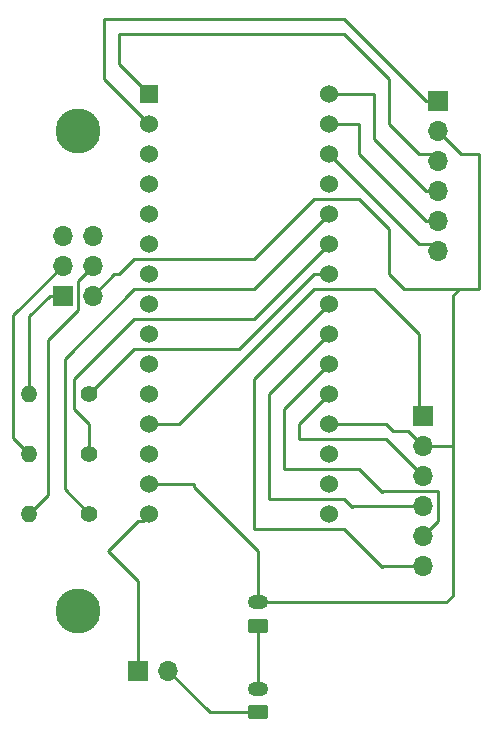
<source format=gbr>
%TF.GenerationSoftware,KiCad,Pcbnew,(6.0.6)*%
%TF.CreationDate,2022-07-20T09:39:35-07:00*%
%TF.ProjectId,ElectronicEggDrop,456c6563-7472-46f6-9e69-634567674472,rev?*%
%TF.SameCoordinates,Original*%
%TF.FileFunction,Copper,L1,Top*%
%TF.FilePolarity,Positive*%
%FSLAX46Y46*%
G04 Gerber Fmt 4.6, Leading zero omitted, Abs format (unit mm)*
G04 Created by KiCad (PCBNEW (6.0.6)) date 2022-07-20 09:39:35*
%MOMM*%
%LPD*%
G01*
G04 APERTURE LIST*
G04 Aperture macros list*
%AMRoundRect*
0 Rectangle with rounded corners*
0 $1 Rounding radius*
0 $2 $3 $4 $5 $6 $7 $8 $9 X,Y pos of 4 corners*
0 Add a 4 corners polygon primitive as box body*
4,1,4,$2,$3,$4,$5,$6,$7,$8,$9,$2,$3,0*
0 Add four circle primitives for the rounded corners*
1,1,$1+$1,$2,$3*
1,1,$1+$1,$4,$5*
1,1,$1+$1,$6,$7*
1,1,$1+$1,$8,$9*
0 Add four rect primitives between the rounded corners*
20,1,$1+$1,$2,$3,$4,$5,0*
20,1,$1+$1,$4,$5,$6,$7,0*
20,1,$1+$1,$6,$7,$8,$9,0*
20,1,$1+$1,$8,$9,$2,$3,0*%
G04 Aperture macros list end*
%TA.AperFunction,ComponentPad*%
%ADD10R,1.524000X1.524000*%
%TD*%
%TA.AperFunction,ComponentPad*%
%ADD11C,1.524000*%
%TD*%
%TA.AperFunction,ComponentPad*%
%ADD12RoundRect,0.250000X0.625000X-0.350000X0.625000X0.350000X-0.625000X0.350000X-0.625000X-0.350000X0*%
%TD*%
%TA.AperFunction,ComponentPad*%
%ADD13O,1.750000X1.200000*%
%TD*%
%TA.AperFunction,ComponentPad*%
%ADD14C,1.400000*%
%TD*%
%TA.AperFunction,ComponentPad*%
%ADD15O,1.400000X1.400000*%
%TD*%
%TA.AperFunction,ComponentPad*%
%ADD16R,1.700000X1.700000*%
%TD*%
%TA.AperFunction,ComponentPad*%
%ADD17O,1.700000X1.700000*%
%TD*%
%TA.AperFunction,ComponentPad*%
%ADD18C,3.800000*%
%TD*%
%TA.AperFunction,Conductor*%
%ADD19C,0.250000*%
%TD*%
G04 APERTURE END LIST*
D10*
%TO.P,Arduino Nano,1,D13/GPIO6*%
%TO.N,Net-(Arduino_Nano1-Pad1)*%
X122891023Y-85811217D03*
D11*
%TO.P,Arduino Nano,2,+3V3*%
%TO.N,Net-(Arduino_Nano1-Pad2)*%
X122891023Y-88351217D03*
%TO.P,Arduino Nano,3,AREF*%
%TO.N,unconnected-(Arduino_Nano1-Pad3)*%
X122891023Y-90891217D03*
%TO.P,Arduino Nano,4,A0/DAC0/GPIO26*%
%TO.N,unconnected-(Arduino_Nano1-Pad4)*%
X122891023Y-93431217D03*
%TO.P,Arduino Nano,5,A1/GPIO27*%
%TO.N,unconnected-(Arduino_Nano1-Pad5)*%
X122891023Y-95971217D03*
%TO.P,Arduino Nano,6,A2/GPIO28*%
%TO.N,unconnected-(Arduino_Nano1-Pad6)*%
X122891023Y-98511217D03*
%TO.P,Arduino Nano,7,A3/GPIO29*%
%TO.N,unconnected-(Arduino_Nano1-Pad7)*%
X122891023Y-101051217D03*
%TO.P,Arduino Nano,8,A4/GPIO12*%
%TO.N,unconnected-(Arduino_Nano1-Pad8)*%
X122891023Y-103591217D03*
%TO.P,Arduino Nano,9,A5/GPIO13*%
%TO.N,unconnected-(Arduino_Nano1-Pad9)*%
X122891023Y-106131217D03*
%TO.P,Arduino Nano,10,A6*%
%TO.N,unconnected-(Arduino_Nano1-Pad10)*%
X122891023Y-108671217D03*
%TO.P,Arduino Nano,11,A7*%
%TO.N,unconnected-(Arduino_Nano1-Pad11)*%
X122891023Y-111211217D03*
%TO.P,Arduino Nano,12,+5V*%
%TO.N,Net-(Arduino_Nano1-Pad12)*%
X122891023Y-113751217D03*
%TO.P,Arduino Nano,13,QSPI_~{RESET}*%
%TO.N,unconnected-(Arduino_Nano1-Pad13)*%
X122891023Y-116291217D03*
%TO.P,Arduino Nano,14,GND*%
%TO.N,GND*%
X122891023Y-118831217D03*
%TO.P,Arduino Nano,15,VIN*%
%TO.N,Net-(Arduino_Nano1-Pad15)*%
X122891023Y-121371217D03*
%TO.P,Arduino Nano,16,TX*%
%TO.N,unconnected-(Arduino_Nano1-Pad16)*%
X138131023Y-121371217D03*
%TO.P,Arduino Nano,17,RX*%
%TO.N,unconnected-(Arduino_Nano1-Pad17)*%
X138131023Y-118831217D03*
%TO.P,Arduino Nano,18,~{RESET}*%
%TO.N,unconnected-(Arduino_Nano1-Pad18)*%
X138131023Y-116291217D03*
%TO.P,Arduino Nano,19,GND*%
%TO.N,GND*%
X138131023Y-113751217D03*
%TO.P,Arduino Nano,20,D2/GPIO25*%
%TO.N,Net-(Arduino_Nano1-Pad20)*%
X138131023Y-111211217D03*
%TO.P,Arduino Nano,21,D3/GPIO15*%
%TO.N,Net-(Arduino_Nano1-Pad21)*%
X138131023Y-108671217D03*
%TO.P,Arduino Nano,22,D4/GPIO26*%
%TO.N,Net-(Arduino_Nano1-Pad22)*%
X138131023Y-106131217D03*
%TO.P,Arduino Nano,23,D5/GPIO17*%
%TO.N,Net-(Arduino_Nano1-Pad23)*%
X138131023Y-103591217D03*
%TO.P,Arduino Nano,24,D6/GPIO18*%
%TO.N,Net-(Arduino_Nano1-Pad24)*%
X138131023Y-101051217D03*
%TO.P,Arduino Nano,25,D7/GPIO19*%
%TO.N,Net-(Arduino_Nano1-Pad25)*%
X138131023Y-98511217D03*
%TO.P,Arduino Nano,26,D8/GPIO20*%
%TO.N,Net-(Arduino_Nano1-Pad26)*%
X138131023Y-95971217D03*
%TO.P,Arduino Nano,27,D9/GPIO21*%
%TO.N,unconnected-(Arduino_Nano1-Pad27)*%
X138131023Y-93431217D03*
%TO.P,Arduino Nano,28,D10/GPIO5*%
%TO.N,Net-(Arduino_Nano1-Pad28)*%
X138131023Y-90891217D03*
%TO.P,Arduino Nano,29,D11/GPIO7/COPI*%
%TO.N,Net-(Arduino_Nano1-Pad29)*%
X138131023Y-88351217D03*
%TO.P,Arduino Nano,30,D12/GPIO4/CIPO*%
%TO.N,Net-(Arduino_Nano1-Pad30)*%
X138131023Y-85811217D03*
%TD*%
D12*
%TO.P,+3.7v,1,Pin_1*%
%TO.N,Net-(Power_SW1-Pad2)*%
X132080000Y-138160000D03*
D13*
%TO.P,+3.7v,2,Pin_2*%
%TO.N,Net-(Power_Terminal1-Pad1)*%
X132080000Y-136160000D03*
%TD*%
D14*
%TO.P,R2,1*%
%TO.N,Net-(Arduino_Nano1-Pad25)*%
X117811023Y-116291217D03*
D15*
%TO.P,R2,2*%
%TO.N,Net-(Indicator_LEDs1-Pad3)*%
X112731023Y-116291217D03*
%TD*%
D16*
%TO.P,Indicator_LEDs1,1,RK*%
%TO.N,Net-(Indicator_LEDs1-Pad1)*%
X115570000Y-102870000D03*
D17*
%TO.P,Indicator_LEDs1,2,A*%
%TO.N,GND*%
X118110000Y-102870000D03*
%TO.P,Indicator_LEDs1,3,GK*%
%TO.N,Net-(Indicator_LEDs1-Pad3)*%
X115570000Y-100330000D03*
%TO.P,Indicator_LEDs1,4,BK*%
%TO.N,Net-(Indicator_LEDs1-Pad4)*%
X118110000Y-100330000D03*
%TO.P,Indicator_LEDs1,5*%
%TO.N,N/C*%
X115570000Y-97790000D03*
%TO.P,Indicator_LEDs1,6*%
X118110000Y-97790000D03*
%TD*%
D14*
%TO.P,R3,1*%
%TO.N,Net-(Arduino_Nano1-Pad26)*%
X117811023Y-121371217D03*
D15*
%TO.P,R3,2*%
%TO.N,Net-(Indicator_LEDs1-Pad4)*%
X112731023Y-121371217D03*
%TD*%
D18*
%TO.P,REF\u002A\u002A,1*%
%TO.N,N/C*%
X116840000Y-129540000D03*
%TD*%
D16*
%TO.P,Switch,1,A*%
%TO.N,Net-(Arduino_Nano1-Pad15)*%
X121920000Y-134620000D03*
D17*
%TO.P,Switch,2,B*%
%TO.N,Net-(Power_SW1-Pad2)*%
X124460000Y-134620000D03*
%TD*%
D14*
%TO.P,R1,1*%
%TO.N,Net-(Arduino_Nano1-Pad24)*%
X117811023Y-111211217D03*
D15*
%TO.P,R1,2*%
%TO.N,Net-(Indicator_LEDs1-Pad1)*%
X112731023Y-111211217D03*
%TD*%
D12*
%TO.P,+3.7V,1,Pin_1*%
%TO.N,Net-(Power_Terminal1-Pad1)*%
X132080000Y-130810000D03*
D13*
%TO.P,+3.7V,2,Pin_2*%
%TO.N,GND*%
X132080000Y-128810000D03*
%TD*%
D18*
%TO.P,REF\u002A\u002A,1*%
%TO.N,N/C*%
X116840000Y-88900000D03*
%TD*%
D16*
%TO.P,LIS3DH Connector,1,Pin_1*%
%TO.N,Net-(Arduino_Nano1-Pad12)*%
X146075000Y-113055000D03*
D17*
%TO.P,LIS3DH Connector,2,Pin_2*%
%TO.N,GND*%
X146075000Y-115595000D03*
%TO.P,LIS3DH Connector,3,Pin_3*%
%TO.N,Net-(Arduino_Nano1-Pad20)*%
X146075000Y-118135000D03*
%TO.P,LIS3DH Connector,4,Pin_4*%
%TO.N,Net-(Arduino_Nano1-Pad22)*%
X146075000Y-120675000D03*
%TO.P,LIS3DH Connector,5,Pin_5*%
%TO.N,Net-(Arduino_Nano1-Pad21)*%
X146075000Y-123215000D03*
%TO.P,LIS3DH Connector,6,Pin_6*%
%TO.N,Net-(Arduino_Nano1-Pad23)*%
X146075000Y-125755000D03*
%TD*%
D16*
%TO.P,SD Card Reader Connector,1,Pin_1*%
%TO.N,Net-(Arduino_Nano1-Pad2)*%
X147320000Y-86360000D03*
D17*
%TO.P,SD Card Reader Connector,2,Pin_2*%
%TO.N,GND*%
X147320000Y-88900000D03*
%TO.P,SD Card Reader Connector,3,Pin_3*%
%TO.N,Net-(Arduino_Nano1-Pad1)*%
X147320000Y-91440000D03*
%TO.P,SD Card Reader Connector,4,Pin_4*%
%TO.N,Net-(Arduino_Nano1-Pad30)*%
X147320000Y-93980000D03*
%TO.P,SD Card Reader Connector,5,Pin_5*%
%TO.N,Net-(Arduino_Nano1-Pad29)*%
X147320000Y-96520000D03*
%TO.P,SD Card Reader Connector,6,Pin_6*%
%TO.N,Net-(Arduino_Nano1-Pad28)*%
X147320000Y-99060000D03*
%TD*%
D19*
%TO.N,Net-(Arduino_Nano1-Pad1)*%
X145751023Y-90891217D02*
X143211023Y-88351217D01*
X143211023Y-88351217D02*
X143211023Y-84541217D01*
X145751023Y-90891217D02*
X146771217Y-90891217D01*
X146771217Y-90891217D02*
X147320000Y-91440000D01*
X143211023Y-84541217D02*
X139401023Y-80731217D01*
X120351023Y-83271217D02*
X122891023Y-85811217D01*
X120351023Y-80731217D02*
X120351023Y-83271217D01*
X139401023Y-80731217D02*
X120351023Y-80731217D01*
%TO.N,Net-(Arduino_Nano1-Pad2)*%
X147320000Y-86360000D02*
X146299806Y-86360000D01*
X119081023Y-84541217D02*
X122891023Y-88351217D01*
X146299806Y-86360000D02*
X139401023Y-79461217D01*
X139401023Y-79461217D02*
X119081023Y-79461217D01*
X119081023Y-79461217D02*
X119081023Y-84541217D01*
%TO.N,Net-(Arduino_Nano1-Pad12)*%
X125431023Y-113751217D02*
X122891023Y-113751217D01*
X136861023Y-102321217D02*
X125431023Y-113751217D01*
X141941023Y-102321217D02*
X139401023Y-102321217D01*
X145751023Y-106131217D02*
X141941023Y-102321217D01*
X145751023Y-113116217D02*
X145751023Y-106131217D01*
X139401023Y-102321217D02*
X136861023Y-102321217D01*
%TO.N,GND*%
X143211023Y-97241217D02*
X143211023Y-101051217D01*
X121621023Y-99781217D02*
X131781023Y-99781217D01*
X119928783Y-101051217D02*
X120351023Y-101051217D01*
X132080000Y-128810000D02*
X148050000Y-128810000D01*
X118110000Y-102870000D02*
X119928783Y-101051217D01*
X144780000Y-114300000D02*
X143510000Y-114300000D01*
X149311217Y-90891217D02*
X150831023Y-90891217D01*
X144481023Y-102321217D02*
X149138783Y-102321217D01*
X148590000Y-128270000D02*
X148590000Y-102870000D01*
X146075000Y-115595000D02*
X148565000Y-115595000D01*
X150831023Y-90891217D02*
X150831023Y-102321217D01*
X142961217Y-113751217D02*
X138131023Y-113751217D01*
X149138783Y-102321217D02*
X150831023Y-102321217D01*
X136861023Y-94701217D02*
X140671023Y-94701217D01*
X132080000Y-128810000D02*
X132080000Y-124460000D01*
X126701023Y-118831217D02*
X122891023Y-118831217D01*
X143510000Y-114300000D02*
X142961217Y-113751217D01*
X147320000Y-88900000D02*
X149311217Y-90891217D01*
X148565000Y-115595000D02*
X148590000Y-115570000D01*
X126701023Y-119081023D02*
X126701023Y-118831217D01*
X148050000Y-128810000D02*
X148590000Y-128270000D01*
X148590000Y-102870000D02*
X149138783Y-102321217D01*
X131781023Y-99781217D02*
X136861023Y-94701217D01*
X146075000Y-115595000D02*
X144780000Y-114300000D01*
X143211023Y-101051217D02*
X144481023Y-102321217D01*
X120351023Y-101051217D02*
X121621023Y-99781217D01*
X140671023Y-94701217D02*
X143211023Y-97241217D01*
X132080000Y-124460000D02*
X126701023Y-119081023D01*
%TO.N,Net-(Arduino_Nano1-Pad15)*%
X119380000Y-124460000D02*
X121920000Y-127000000D01*
X122342240Y-121920000D02*
X121920000Y-121920000D01*
X121920000Y-127000000D02*
X121920000Y-134620000D01*
X121920000Y-121920000D02*
X119380000Y-124460000D01*
X122891023Y-121371217D02*
X122342240Y-121920000D01*
%TO.N,Net-(Arduino_Nano1-Pad20)*%
X146075000Y-118135000D02*
X142961217Y-115021217D01*
X142961217Y-115021217D02*
X135591023Y-115021217D01*
X135591023Y-115021217D02*
X135591023Y-113751217D01*
X135591023Y-113751217D02*
X138131023Y-111211217D01*
%TO.N,Net-(Arduino_Nano1-Pad21)*%
X147320000Y-121970000D02*
X147320000Y-119380000D01*
X142662240Y-119380000D02*
X142576023Y-119466217D01*
X134321023Y-112481217D02*
X138131023Y-108671217D01*
X142576023Y-119466217D02*
X140671023Y-117561217D01*
X147320000Y-119380000D02*
X142662240Y-119380000D01*
X134321023Y-117561217D02*
X134321023Y-112481217D01*
X140671023Y-117561217D02*
X134321023Y-117561217D01*
X146075000Y-123215000D02*
X147320000Y-121970000D01*
%TO.N,Net-(Arduino_Nano1-Pad22)*%
X140036023Y-120736217D02*
X139401023Y-120101217D01*
X133051023Y-120101217D02*
X133051023Y-111211217D01*
X146075000Y-120675000D02*
X140097240Y-120675000D01*
X133051023Y-111211217D02*
X138131023Y-106131217D01*
X139401023Y-120101217D02*
X133051023Y-120101217D01*
X140097240Y-120675000D02*
X140036023Y-120736217D01*
%TO.N,Net-(Arduino_Nano1-Pad23)*%
X131781023Y-122641217D02*
X131781023Y-109941217D01*
X142637240Y-125755000D02*
X142576023Y-125816217D01*
X142576023Y-125816217D02*
X139408059Y-122648253D01*
X131788059Y-122648253D02*
X131781023Y-122641217D01*
X131781023Y-109941217D02*
X138131023Y-103591217D01*
X146075000Y-125755000D02*
X142637240Y-125755000D01*
X139408059Y-122648253D02*
X131788059Y-122648253D01*
%TO.N,Net-(Arduino_Nano1-Pad24)*%
X130503987Y-107408253D02*
X136861023Y-101051217D01*
X117811023Y-111211217D02*
X121613987Y-107408253D01*
X121613987Y-107408253D02*
X130503987Y-107408253D01*
X136861023Y-101051217D02*
X138131023Y-101051217D01*
%TO.N,Net-(Arduino_Nano1-Pad25)*%
X116541023Y-112481217D02*
X116541023Y-109941217D01*
X117811023Y-116291217D02*
X117811023Y-113751217D01*
X116541023Y-109941217D02*
X121621023Y-104861217D01*
X121621023Y-104861217D02*
X131781023Y-104861217D01*
X131781023Y-104861217D02*
X138131023Y-98511217D01*
X117811023Y-113751217D02*
X116541023Y-112481217D01*
%TO.N,Net-(Arduino_Nano1-Pad26)*%
X115721023Y-119281217D02*
X115721023Y-108221217D01*
X115721023Y-108221217D02*
X121621023Y-102321217D01*
X117811023Y-121371217D02*
X115721023Y-119281217D01*
X121621023Y-102321217D02*
X131781023Y-102321217D01*
X131781023Y-102321217D02*
X138131023Y-95971217D01*
%TO.N,Net-(Arduino_Nano1-Pad28)*%
X147320000Y-99060000D02*
X146771217Y-98511217D01*
X146771217Y-98511217D02*
X145751023Y-98511217D01*
X145751023Y-98511217D02*
X138131023Y-90891217D01*
%TO.N,Net-(Arduino_Nano1-Pad29)*%
X146299806Y-96520000D02*
X140671023Y-90891217D01*
X147320000Y-96520000D02*
X146299806Y-96520000D01*
X140671023Y-90891217D02*
X140671023Y-88351217D01*
X140671023Y-88351217D02*
X138131023Y-88351217D01*
%TO.N,Net-(Arduino_Nano1-Pad30)*%
X147320000Y-93980000D02*
X146299806Y-93980000D01*
X141941023Y-85811217D02*
X138131023Y-85811217D01*
X141941023Y-89621217D02*
X141941023Y-85811217D01*
X146299806Y-93980000D02*
X141941023Y-89621217D01*
%TO.N,Net-(Indicator_LEDs1-Pad1)*%
X112731023Y-104608977D02*
X112731023Y-111211217D01*
X114470000Y-102870000D02*
X112731023Y-104608977D01*
X115570000Y-102870000D02*
X114470000Y-102870000D01*
%TO.N,Net-(Indicator_LEDs1-Pad3)*%
X112731023Y-116291217D02*
X111368844Y-114929038D01*
X111368844Y-104531156D02*
X115570000Y-100330000D01*
X111368844Y-114929038D02*
X111368844Y-104531156D01*
%TO.N,Net-(Indicator_LEDs1-Pad4)*%
X116835722Y-101604278D02*
X118110000Y-100330000D01*
X116835722Y-104135722D02*
X116835722Y-101604278D01*
X112731023Y-121371217D02*
X114304278Y-119797962D01*
X114304278Y-106667166D02*
X116835722Y-104135722D01*
X114304278Y-119797962D02*
X114304278Y-106667166D01*
%TO.N,Net-(Power_SW1-Pad2)*%
X124460000Y-134620000D02*
X128000000Y-138160000D01*
X128000000Y-138160000D02*
X132080000Y-138160000D01*
%TO.N,Net-(Power_Terminal1-Pad1)*%
X132080000Y-136160000D02*
X132080000Y-130810000D01*
%TD*%
M02*

</source>
